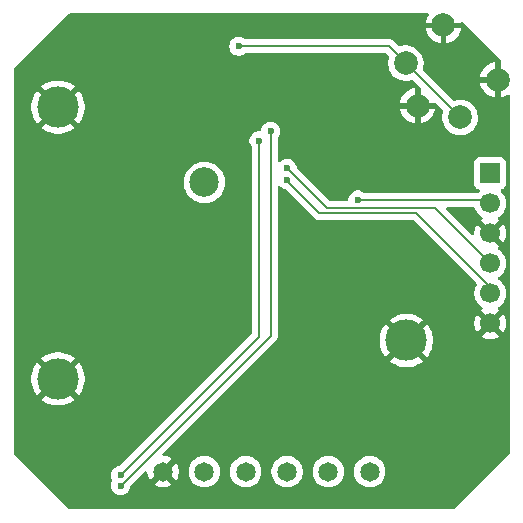
<source format=gbl>
G04 #@! TF.GenerationSoftware,KiCad,Pcbnew,9.0.1*
G04 #@! TF.CreationDate,2025-05-14T09:26:50-05:00*
G04 #@! TF.ProjectId,Incipit11,496e6369-7069-4743-9131-2e6b69636164,A*
G04 #@! TF.SameCoordinates,Original*
G04 #@! TF.FileFunction,Copper,L2,Bot*
G04 #@! TF.FilePolarity,Positive*
%FSLAX46Y46*%
G04 Gerber Fmt 4.6, Leading zero omitted, Abs format (unit mm)*
G04 Created by KiCad (PCBNEW 9.0.1) date 2025-05-14 09:26:50*
%MOMM*%
%LPD*%
G01*
G04 APERTURE LIST*
G04 #@! TA.AperFunction,ComponentPad*
%ADD10C,1.650000*%
G04 #@! TD*
G04 #@! TA.AperFunction,ComponentPad*
%ADD11R,1.700000X1.700000*%
G04 #@! TD*
G04 #@! TA.AperFunction,ComponentPad*
%ADD12C,1.700000*%
G04 #@! TD*
G04 #@! TA.AperFunction,ComponentPad*
%ADD13C,2.600000*%
G04 #@! TD*
G04 #@! TA.AperFunction,ConnectorPad*
%ADD14C,3.500000*%
G04 #@! TD*
G04 #@! TA.AperFunction,ComponentPad*
%ADD15C,2.000000*%
G04 #@! TD*
G04 #@! TA.AperFunction,SMDPad,CuDef*
%ADD16C,2.500000*%
G04 #@! TD*
G04 #@! TA.AperFunction,ViaPad*
%ADD17C,0.600000*%
G04 #@! TD*
G04 #@! TA.AperFunction,Conductor*
%ADD18C,0.200000*%
G04 #@! TD*
G04 APERTURE END LIST*
D10*
X137400000Y-107600000D03*
X140900000Y-107600000D03*
X144400000Y-107600000D03*
X147900000Y-107600000D03*
X151400000Y-107600000D03*
X154900000Y-107600000D03*
D11*
X165100000Y-82350000D03*
D12*
X165100000Y-84890000D03*
X165100000Y-87430000D03*
X165100000Y-89970000D03*
X165100000Y-92510000D03*
X165100000Y-95050000D03*
D13*
X128500000Y-76750000D03*
D14*
X128500000Y-76750000D03*
D15*
X162555826Y-77610369D03*
X157959632Y-73014175D03*
X165737806Y-74428389D03*
X161141612Y-69832195D03*
X158949581Y-76620420D03*
D13*
X128500000Y-99750000D03*
D14*
X128500000Y-99750000D03*
D13*
X158000000Y-96500000D03*
D14*
X158000000Y-96500000D03*
D16*
X140900000Y-83100000D03*
D17*
X165200000Y-79300000D03*
X156000000Y-72800000D03*
X151800000Y-78600000D03*
X154200000Y-89400000D03*
X143400000Y-77800000D03*
X162800000Y-103200000D03*
X166000000Y-100000000D03*
X153200000Y-100200000D03*
X150000000Y-100200000D03*
X153000000Y-69400000D03*
X139200000Y-69600000D03*
X132400000Y-82000000D03*
X132400000Y-83000000D03*
X133200000Y-91000000D03*
X153900000Y-84600000D03*
X133800000Y-107900000D03*
X145513863Y-79586135D03*
X146500000Y-78800000D03*
X133800000Y-108800000D03*
X146400000Y-73400000D03*
X137500000Y-88000000D03*
X146250000Y-110250000D03*
X159000000Y-100500000D03*
X135500000Y-87000000D03*
X141400000Y-75200000D03*
X130250000Y-110250000D03*
X136500000Y-87000000D03*
X147800000Y-78400000D03*
X156100000Y-110300000D03*
X136000000Y-78500000D03*
X149000000Y-70600000D03*
X142800000Y-95600000D03*
X139000000Y-80000000D03*
X143000000Y-91500000D03*
X156750000Y-100250000D03*
X144000000Y-73200000D03*
X152250000Y-95000000D03*
X135500000Y-88000000D03*
X156200000Y-106100000D03*
X133600000Y-91800000D03*
X137500000Y-87000000D03*
X142400000Y-101800000D03*
X147800000Y-79800000D03*
X150200000Y-82000000D03*
X162000000Y-109250000D03*
X136500000Y-88000000D03*
X135250000Y-110250000D03*
X147400000Y-75200000D03*
X140900000Y-83100000D03*
X143800000Y-71600000D03*
X147900000Y-81900000D03*
X147900000Y-82900000D03*
D18*
X157959632Y-73014175D02*
X162555826Y-77610369D01*
X156545457Y-71600000D02*
X157959632Y-73014175D01*
X162565826Y-77620369D02*
X162607107Y-77620369D01*
X143800000Y-71600000D02*
X156545457Y-71600000D01*
X164810000Y-84600000D02*
X165100000Y-84890000D01*
X153900000Y-84600000D02*
X164810000Y-84600000D01*
X145513863Y-79586135D02*
X145513863Y-96186137D01*
X145513863Y-96186137D02*
X133800000Y-107900000D01*
X146500000Y-96100000D02*
X133800000Y-108800000D01*
X146500000Y-78800000D02*
X146500000Y-96100000D01*
X160430000Y-85300000D02*
X165100000Y-89970000D01*
X151300000Y-85300000D02*
X160430000Y-85300000D01*
X147900000Y-81900000D02*
X151300000Y-85300000D01*
X147900000Y-82900000D02*
X147900000Y-82967100D01*
X158817721Y-85701000D02*
X165100000Y-91983279D01*
X147900000Y-82967100D02*
X150633900Y-85701000D01*
X150633900Y-85701000D02*
X158817721Y-85701000D01*
X165100000Y-91983279D02*
X165100000Y-92510000D01*
G04 #@! TA.AperFunction,Conductor*
G36*
X163757836Y-85220185D02*
G01*
X163803591Y-85272989D01*
X163808727Y-85286180D01*
X163829742Y-85350858D01*
X163848444Y-85408414D01*
X163944951Y-85597820D01*
X164069890Y-85769786D01*
X164220213Y-85920109D01*
X164392179Y-86045048D01*
X164392181Y-86045049D01*
X164392184Y-86045051D01*
X164401493Y-86049794D01*
X164452290Y-86097766D01*
X164469087Y-86165587D01*
X164446552Y-86231722D01*
X164401505Y-86270760D01*
X164392446Y-86275376D01*
X164392440Y-86275380D01*
X164338282Y-86314727D01*
X164338282Y-86314728D01*
X164970591Y-86947037D01*
X164907007Y-86964075D01*
X164792993Y-87029901D01*
X164699901Y-87122993D01*
X164634075Y-87237007D01*
X164617037Y-87300591D01*
X163984728Y-86668282D01*
X163984727Y-86668282D01*
X163945380Y-86722439D01*
X163848904Y-86911782D01*
X163783242Y-87113869D01*
X163783242Y-87113872D01*
X163750000Y-87323753D01*
X163750000Y-87471403D01*
X163730315Y-87538442D01*
X163677511Y-87584197D01*
X163608353Y-87594141D01*
X163544797Y-87565116D01*
X163538319Y-87559084D01*
X161391416Y-85412181D01*
X161357931Y-85350858D01*
X161362915Y-85281166D01*
X161404787Y-85225233D01*
X161470251Y-85200816D01*
X161479097Y-85200500D01*
X163690797Y-85200500D01*
X163757836Y-85220185D01*
G37*
G04 #@! TD.AperFunction*
G04 #@! TA.AperFunction,Conductor*
G36*
X159860756Y-68820185D02*
G01*
X159906511Y-68872989D01*
X159916455Y-68942147D01*
X159894035Y-68997386D01*
X159858697Y-69046023D01*
X159751509Y-69256392D01*
X159678546Y-69480947D01*
X159662510Y-69582195D01*
X160650864Y-69582195D01*
X160629094Y-69619903D01*
X160591612Y-69759786D01*
X160591612Y-69904604D01*
X160629094Y-70044487D01*
X160650864Y-70082195D01*
X159662510Y-70082195D01*
X159678546Y-70183442D01*
X159751509Y-70407997D01*
X159858697Y-70618366D01*
X159997478Y-70809381D01*
X160164425Y-70976328D01*
X160355440Y-71115109D01*
X160565807Y-71222297D01*
X160790356Y-71295258D01*
X160790362Y-71295260D01*
X160891612Y-71311296D01*
X160891612Y-70322942D01*
X160929320Y-70344713D01*
X161069203Y-70382195D01*
X161214021Y-70382195D01*
X161353904Y-70344713D01*
X161391612Y-70322942D01*
X161391612Y-71311295D01*
X161492861Y-71295260D01*
X161492867Y-71295258D01*
X161717416Y-71222297D01*
X161927783Y-71115109D01*
X162118798Y-70976328D01*
X162285745Y-70809381D01*
X162424526Y-70618366D01*
X162531714Y-70407997D01*
X162604677Y-70183442D01*
X162620714Y-70082195D01*
X161632360Y-70082195D01*
X161654130Y-70044487D01*
X161691612Y-69904604D01*
X161691612Y-69759786D01*
X161654130Y-69619903D01*
X161632360Y-69582195D01*
X162620714Y-69582195D01*
X162627414Y-69574350D01*
X162685921Y-69536156D01*
X162755789Y-69535657D01*
X162809386Y-69567200D01*
X166002800Y-72760614D01*
X166036285Y-72821937D01*
X166031301Y-72891629D01*
X165995652Y-72942584D01*
X165987806Y-72949285D01*
X165987806Y-73937641D01*
X165950098Y-73915871D01*
X165810215Y-73878389D01*
X165665397Y-73878389D01*
X165525514Y-73915871D01*
X165487806Y-73937641D01*
X165487806Y-72949286D01*
X165386558Y-72965323D01*
X165162003Y-73038286D01*
X164951634Y-73145474D01*
X164760619Y-73284255D01*
X164593672Y-73451202D01*
X164454891Y-73642217D01*
X164347703Y-73852586D01*
X164274740Y-74077141D01*
X164258704Y-74178389D01*
X165247058Y-74178389D01*
X165225288Y-74216097D01*
X165187806Y-74355980D01*
X165187806Y-74500798D01*
X165225288Y-74640681D01*
X165247058Y-74678389D01*
X164258704Y-74678389D01*
X164274740Y-74779636D01*
X164347703Y-75004191D01*
X164454891Y-75214560D01*
X164593672Y-75405575D01*
X164760619Y-75572522D01*
X164951634Y-75711303D01*
X165162001Y-75818491D01*
X165386550Y-75891452D01*
X165386556Y-75891454D01*
X165487806Y-75907490D01*
X165487806Y-74919136D01*
X165525514Y-74940907D01*
X165665397Y-74978389D01*
X165810215Y-74978389D01*
X165950098Y-74940907D01*
X165987806Y-74919136D01*
X165987806Y-75907489D01*
X166089055Y-75891454D01*
X166089061Y-75891452D01*
X166313610Y-75818491D01*
X166523978Y-75711303D01*
X166552613Y-75690498D01*
X166618419Y-75667017D01*
X166686473Y-75682841D01*
X166735169Y-75732946D01*
X166749500Y-75790815D01*
X166749500Y-106041324D01*
X166729815Y-106108363D01*
X166713181Y-106129005D01*
X162079005Y-110763181D01*
X162017682Y-110796666D01*
X161991324Y-110799500D01*
X129508676Y-110799500D01*
X129441637Y-110779815D01*
X129420995Y-110763181D01*
X126478967Y-107821153D01*
X132999500Y-107821153D01*
X132999500Y-107978846D01*
X133030261Y-108133489D01*
X133030264Y-108133501D01*
X133090604Y-108279177D01*
X133090605Y-108279179D01*
X133091899Y-108281115D01*
X133092264Y-108282282D01*
X133093476Y-108284549D01*
X133093045Y-108284778D01*
X133112773Y-108347794D01*
X133094285Y-108415173D01*
X133091899Y-108418885D01*
X133090605Y-108420820D01*
X133090604Y-108420822D01*
X133030264Y-108566498D01*
X133030261Y-108566510D01*
X132999500Y-108721153D01*
X132999500Y-108878846D01*
X133030261Y-109033489D01*
X133030264Y-109033501D01*
X133090602Y-109179172D01*
X133090609Y-109179185D01*
X133178210Y-109310288D01*
X133178213Y-109310292D01*
X133289707Y-109421786D01*
X133289711Y-109421789D01*
X133420814Y-109509390D01*
X133420827Y-109509397D01*
X133566498Y-109569735D01*
X133566503Y-109569737D01*
X133721153Y-109600499D01*
X133721156Y-109600500D01*
X133721158Y-109600500D01*
X133878844Y-109600500D01*
X133878845Y-109600499D01*
X134033497Y-109569737D01*
X134179179Y-109509394D01*
X134310289Y-109421789D01*
X134421789Y-109310289D01*
X134509394Y-109179179D01*
X134569737Y-109033497D01*
X134597711Y-108892862D01*
X134600638Y-108878150D01*
X134633023Y-108816239D01*
X134634518Y-108814716D01*
X135863320Y-107585913D01*
X135924642Y-107552430D01*
X135994334Y-107557414D01*
X136050267Y-107599286D01*
X136074684Y-107664750D01*
X136075000Y-107673596D01*
X136075000Y-107704279D01*
X136107626Y-107910272D01*
X136172075Y-108108627D01*
X136266759Y-108294451D01*
X136302627Y-108343818D01*
X136302627Y-108343819D01*
X136876212Y-107770233D01*
X136887482Y-107812292D01*
X136959890Y-107937708D01*
X137062292Y-108040110D01*
X137187708Y-108112518D01*
X137229765Y-108123787D01*
X136656179Y-108697371D01*
X136656180Y-108697372D01*
X136705543Y-108733236D01*
X136705556Y-108733244D01*
X136891372Y-108827924D01*
X137089727Y-108892373D01*
X137295721Y-108925000D01*
X137504279Y-108925000D01*
X137710272Y-108892373D01*
X137908627Y-108827924D01*
X138094451Y-108733240D01*
X138143818Y-108697372D01*
X138143818Y-108697371D01*
X137570234Y-108123787D01*
X137612292Y-108112518D01*
X137737708Y-108040110D01*
X137840110Y-107937708D01*
X137912518Y-107812292D01*
X137923787Y-107770234D01*
X138497371Y-108343818D01*
X138497372Y-108343818D01*
X138533240Y-108294451D01*
X138627924Y-108108627D01*
X138692373Y-107910272D01*
X138725000Y-107704279D01*
X138725000Y-107495720D01*
X138724993Y-107495675D01*
X139574500Y-107495675D01*
X139574500Y-107704324D01*
X139607137Y-107910389D01*
X139671612Y-108108820D01*
X139759401Y-108281115D01*
X139766330Y-108294714D01*
X139888965Y-108463505D01*
X140036495Y-108611035D01*
X140205286Y-108733670D01*
X140293116Y-108778421D01*
X140391179Y-108828387D01*
X140391181Y-108828387D01*
X140391184Y-108828389D01*
X140497545Y-108862948D01*
X140589610Y-108892862D01*
X140795676Y-108925500D01*
X140795681Y-108925500D01*
X141004324Y-108925500D01*
X141210389Y-108892862D01*
X141211894Y-108892373D01*
X141408816Y-108828389D01*
X141594714Y-108733670D01*
X141763505Y-108611035D01*
X141911035Y-108463505D01*
X142033670Y-108294714D01*
X142128389Y-108108816D01*
X142192862Y-107910389D01*
X142206995Y-107821158D01*
X142225500Y-107704324D01*
X142225500Y-107495675D01*
X143074500Y-107495675D01*
X143074500Y-107704324D01*
X143107137Y-107910389D01*
X143171612Y-108108820D01*
X143259401Y-108281115D01*
X143266330Y-108294714D01*
X143388965Y-108463505D01*
X143536495Y-108611035D01*
X143705286Y-108733670D01*
X143793116Y-108778421D01*
X143891179Y-108828387D01*
X143891181Y-108828387D01*
X143891184Y-108828389D01*
X143997545Y-108862948D01*
X144089610Y-108892862D01*
X144295676Y-108925500D01*
X144295681Y-108925500D01*
X144504324Y-108925500D01*
X144710389Y-108892862D01*
X144711894Y-108892373D01*
X144908816Y-108828389D01*
X145094714Y-108733670D01*
X145263505Y-108611035D01*
X145411035Y-108463505D01*
X145533670Y-108294714D01*
X145628389Y-108108816D01*
X145692862Y-107910389D01*
X145706995Y-107821158D01*
X145725500Y-107704324D01*
X145725500Y-107495675D01*
X146574500Y-107495675D01*
X146574500Y-107704324D01*
X146607137Y-107910389D01*
X146671612Y-108108820D01*
X146759401Y-108281115D01*
X146766330Y-108294714D01*
X146888965Y-108463505D01*
X147036495Y-108611035D01*
X147205286Y-108733670D01*
X147293116Y-108778421D01*
X147391179Y-108828387D01*
X147391181Y-108828387D01*
X147391184Y-108828389D01*
X147497545Y-108862948D01*
X147589610Y-108892862D01*
X147795676Y-108925500D01*
X147795681Y-108925500D01*
X148004324Y-108925500D01*
X148210389Y-108892862D01*
X148211894Y-108892373D01*
X148408816Y-108828389D01*
X148594714Y-108733670D01*
X148763505Y-108611035D01*
X148911035Y-108463505D01*
X149033670Y-108294714D01*
X149128389Y-108108816D01*
X149192862Y-107910389D01*
X149206995Y-107821158D01*
X149225500Y-107704324D01*
X149225500Y-107495675D01*
X150074500Y-107495675D01*
X150074500Y-107704324D01*
X150107137Y-107910389D01*
X150171612Y-108108820D01*
X150259401Y-108281115D01*
X150266330Y-108294714D01*
X150388965Y-108463505D01*
X150536495Y-108611035D01*
X150705286Y-108733670D01*
X150793116Y-108778421D01*
X150891179Y-108828387D01*
X150891181Y-108828387D01*
X150891184Y-108828389D01*
X150997545Y-108862948D01*
X151089610Y-108892862D01*
X151295676Y-108925500D01*
X151295681Y-108925500D01*
X151504324Y-108925500D01*
X151710389Y-108892862D01*
X151711894Y-108892373D01*
X151908816Y-108828389D01*
X152094714Y-108733670D01*
X152263505Y-108611035D01*
X152411035Y-108463505D01*
X152533670Y-108294714D01*
X152628389Y-108108816D01*
X152692862Y-107910389D01*
X152706995Y-107821158D01*
X152725500Y-107704324D01*
X152725500Y-107495675D01*
X153574500Y-107495675D01*
X153574500Y-107704324D01*
X153607137Y-107910389D01*
X153671612Y-108108820D01*
X153759401Y-108281115D01*
X153766330Y-108294714D01*
X153888965Y-108463505D01*
X154036495Y-108611035D01*
X154205286Y-108733670D01*
X154293116Y-108778421D01*
X154391179Y-108828387D01*
X154391181Y-108828387D01*
X154391184Y-108828389D01*
X154497545Y-108862948D01*
X154589610Y-108892862D01*
X154795676Y-108925500D01*
X154795681Y-108925500D01*
X155004324Y-108925500D01*
X155210389Y-108892862D01*
X155211894Y-108892373D01*
X155408816Y-108828389D01*
X155594714Y-108733670D01*
X155763505Y-108611035D01*
X155911035Y-108463505D01*
X156033670Y-108294714D01*
X156128389Y-108108816D01*
X156192862Y-107910389D01*
X156206995Y-107821158D01*
X156225500Y-107704324D01*
X156225500Y-107495675D01*
X156192862Y-107289610D01*
X156141087Y-107130264D01*
X156128389Y-107091184D01*
X156128387Y-107091181D01*
X156128387Y-107091179D01*
X156078421Y-106993116D01*
X156033670Y-106905286D01*
X155911035Y-106736495D01*
X155763505Y-106588965D01*
X155594714Y-106466330D01*
X155408820Y-106371612D01*
X155210389Y-106307137D01*
X155004324Y-106274500D01*
X155004319Y-106274500D01*
X154795681Y-106274500D01*
X154795676Y-106274500D01*
X154589610Y-106307137D01*
X154391179Y-106371612D01*
X154205285Y-106466330D01*
X154036493Y-106588966D01*
X153888966Y-106736493D01*
X153766330Y-106905285D01*
X153671612Y-107091179D01*
X153607137Y-107289610D01*
X153574500Y-107495675D01*
X152725500Y-107495675D01*
X152692862Y-107289610D01*
X152641087Y-107130264D01*
X152628389Y-107091184D01*
X152628387Y-107091181D01*
X152628387Y-107091179D01*
X152578421Y-106993116D01*
X152533670Y-106905286D01*
X152411035Y-106736495D01*
X152263505Y-106588965D01*
X152094714Y-106466330D01*
X151908820Y-106371612D01*
X151710389Y-106307137D01*
X151504324Y-106274500D01*
X151504319Y-106274500D01*
X151295681Y-106274500D01*
X151295676Y-106274500D01*
X151089610Y-106307137D01*
X150891179Y-106371612D01*
X150705285Y-106466330D01*
X150536493Y-106588966D01*
X150388966Y-106736493D01*
X150266330Y-106905285D01*
X150171612Y-107091179D01*
X150107137Y-107289610D01*
X150074500Y-107495675D01*
X149225500Y-107495675D01*
X149192862Y-107289610D01*
X149141087Y-107130264D01*
X149128389Y-107091184D01*
X149128387Y-107091181D01*
X149128387Y-107091179D01*
X149078421Y-106993116D01*
X149033670Y-106905286D01*
X148911035Y-106736495D01*
X148763505Y-106588965D01*
X148594714Y-106466330D01*
X148408820Y-106371612D01*
X148210389Y-106307137D01*
X148004324Y-106274500D01*
X148004319Y-106274500D01*
X147795681Y-106274500D01*
X147795676Y-106274500D01*
X147589610Y-106307137D01*
X147391179Y-106371612D01*
X147205285Y-106466330D01*
X147036493Y-106588966D01*
X146888966Y-106736493D01*
X146766330Y-106905285D01*
X146671612Y-107091179D01*
X146607137Y-107289610D01*
X146574500Y-107495675D01*
X145725500Y-107495675D01*
X145692862Y-107289610D01*
X145641087Y-107130264D01*
X145628389Y-107091184D01*
X145628387Y-107091181D01*
X145628387Y-107091179D01*
X145578421Y-106993116D01*
X145533670Y-106905286D01*
X145411035Y-106736495D01*
X145263505Y-106588965D01*
X145094714Y-106466330D01*
X144908820Y-106371612D01*
X144710389Y-106307137D01*
X144504324Y-106274500D01*
X144504319Y-106274500D01*
X144295681Y-106274500D01*
X144295676Y-106274500D01*
X144089610Y-106307137D01*
X143891179Y-106371612D01*
X143705285Y-106466330D01*
X143536493Y-106588966D01*
X143388966Y-106736493D01*
X143266330Y-106905285D01*
X143171612Y-107091179D01*
X143107137Y-107289610D01*
X143074500Y-107495675D01*
X142225500Y-107495675D01*
X142192862Y-107289610D01*
X142141087Y-107130264D01*
X142128389Y-107091184D01*
X142128387Y-107091181D01*
X142128387Y-107091179D01*
X142078421Y-106993116D01*
X142033670Y-106905286D01*
X141911035Y-106736495D01*
X141763505Y-106588965D01*
X141594714Y-106466330D01*
X141408820Y-106371612D01*
X141210389Y-106307137D01*
X141004324Y-106274500D01*
X141004319Y-106274500D01*
X140795681Y-106274500D01*
X140795676Y-106274500D01*
X140589610Y-106307137D01*
X140391179Y-106371612D01*
X140205285Y-106466330D01*
X140036493Y-106588966D01*
X139888966Y-106736493D01*
X139766330Y-106905285D01*
X139671612Y-107091179D01*
X139607137Y-107289610D01*
X139574500Y-107495675D01*
X138724993Y-107495675D01*
X138692373Y-107289727D01*
X138627924Y-107091372D01*
X138533244Y-106905556D01*
X138533236Y-106905543D01*
X138497372Y-106856180D01*
X138497371Y-106856179D01*
X137923787Y-107429764D01*
X137912518Y-107387708D01*
X137840110Y-107262292D01*
X137737708Y-107159890D01*
X137612292Y-107087482D01*
X137570233Y-107076212D01*
X138143819Y-106502627D01*
X138094451Y-106466759D01*
X137908627Y-106372075D01*
X137710272Y-106307626D01*
X137504279Y-106275000D01*
X137473596Y-106275000D01*
X137406557Y-106255315D01*
X137360802Y-106202511D01*
X137350858Y-106133353D01*
X137379883Y-106069797D01*
X137385904Y-106063330D01*
X146868713Y-96580521D01*
X146868716Y-96580520D01*
X146980520Y-96468716D01*
X147030639Y-96381904D01*
X147047597Y-96352533D01*
X155750000Y-96352533D01*
X155750000Y-96647466D01*
X155750001Y-96647483D01*
X155788496Y-96939884D01*
X155788499Y-96939897D01*
X155864835Y-97224790D01*
X155864838Y-97224800D01*
X155977704Y-97497281D01*
X155977709Y-97497292D01*
X156125174Y-97752707D01*
X156125180Y-97752715D01*
X156241777Y-97904667D01*
X157063708Y-97082736D01*
X157160967Y-97216602D01*
X157283398Y-97339033D01*
X157417262Y-97436290D01*
X156595331Y-98258221D01*
X156747284Y-98374819D01*
X156747292Y-98374825D01*
X157002707Y-98522290D01*
X157002718Y-98522295D01*
X157275199Y-98635161D01*
X157275209Y-98635164D01*
X157560102Y-98711500D01*
X157560115Y-98711503D01*
X157852516Y-98749998D01*
X157852534Y-98750000D01*
X158147466Y-98750000D01*
X158147483Y-98749998D01*
X158439884Y-98711503D01*
X158439897Y-98711500D01*
X158724790Y-98635164D01*
X158724800Y-98635161D01*
X158997281Y-98522295D01*
X158997292Y-98522290D01*
X159252707Y-98374825D01*
X159252725Y-98374813D01*
X159404667Y-98258222D01*
X159404667Y-98258220D01*
X158582737Y-97436290D01*
X158716602Y-97339033D01*
X158839033Y-97216602D01*
X158936290Y-97082737D01*
X159758220Y-97904667D01*
X159758222Y-97904667D01*
X159874813Y-97752725D01*
X159874825Y-97752707D01*
X160022290Y-97497292D01*
X160022295Y-97497281D01*
X160135161Y-97224800D01*
X160135164Y-97224790D01*
X160211500Y-96939897D01*
X160211503Y-96939884D01*
X160249998Y-96647483D01*
X160250000Y-96647466D01*
X160250000Y-96352533D01*
X160249998Y-96352517D01*
X160221256Y-96134196D01*
X160211503Y-96060115D01*
X160211500Y-96060102D01*
X160135164Y-95775209D01*
X160135161Y-95775199D01*
X160022295Y-95502718D01*
X160022290Y-95502707D01*
X159874825Y-95247292D01*
X159874819Y-95247284D01*
X159758221Y-95095331D01*
X158936290Y-95917262D01*
X158839033Y-95783398D01*
X158716602Y-95660967D01*
X158582736Y-95563709D01*
X159295245Y-94851200D01*
X159404667Y-94741777D01*
X159252715Y-94625180D01*
X159252707Y-94625174D01*
X158997292Y-94477709D01*
X158997281Y-94477704D01*
X158724800Y-94364838D01*
X158724790Y-94364835D01*
X158439897Y-94288499D01*
X158439884Y-94288496D01*
X158147483Y-94250001D01*
X158147466Y-94250000D01*
X157852534Y-94250000D01*
X157852516Y-94250001D01*
X157560115Y-94288496D01*
X157560102Y-94288499D01*
X157275209Y-94364835D01*
X157275199Y-94364838D01*
X157002718Y-94477704D01*
X157002707Y-94477709D01*
X156747292Y-94625174D01*
X156747276Y-94625185D01*
X156595331Y-94741775D01*
X156595331Y-94741777D01*
X157417263Y-95563709D01*
X157283398Y-95660967D01*
X157160967Y-95783398D01*
X157063709Y-95917263D01*
X156241777Y-95095331D01*
X156241775Y-95095331D01*
X156125185Y-95247276D01*
X156125174Y-95247292D01*
X155977709Y-95502707D01*
X155977704Y-95502718D01*
X155864838Y-95775199D01*
X155864835Y-95775209D01*
X155788499Y-96060102D01*
X155788496Y-96060115D01*
X155750001Y-96352516D01*
X155750000Y-96352533D01*
X147047597Y-96352533D01*
X147059577Y-96331785D01*
X147100500Y-96179058D01*
X147100500Y-96020943D01*
X147100500Y-83531941D01*
X147120185Y-83464902D01*
X147172989Y-83419147D01*
X147242147Y-83409203D01*
X147305703Y-83438228D01*
X147312181Y-83444260D01*
X147389707Y-83521786D01*
X147389711Y-83521789D01*
X147520814Y-83609390D01*
X147520827Y-83609397D01*
X147603868Y-83643793D01*
X147666503Y-83669737D01*
X147738087Y-83683975D01*
X147799996Y-83716358D01*
X147801576Y-83717911D01*
X150149039Y-86065374D01*
X150149049Y-86065385D01*
X150153379Y-86069715D01*
X150153380Y-86069716D01*
X150265184Y-86181520D01*
X150265186Y-86181521D01*
X150265190Y-86181524D01*
X150352137Y-86231722D01*
X150402116Y-86260577D01*
X150513919Y-86290534D01*
X150554842Y-86301500D01*
X150554843Y-86301500D01*
X158517624Y-86301500D01*
X158584663Y-86321185D01*
X158605305Y-86337819D01*
X163923343Y-91655857D01*
X163956828Y-91717180D01*
X163951844Y-91786872D01*
X163946147Y-91799833D01*
X163848444Y-91991585D01*
X163782753Y-92193760D01*
X163749500Y-92403713D01*
X163749500Y-92616286D01*
X163782753Y-92826239D01*
X163848444Y-93028414D01*
X163944951Y-93217820D01*
X164069890Y-93389786D01*
X164220213Y-93540109D01*
X164392179Y-93665048D01*
X164392181Y-93665049D01*
X164392184Y-93665051D01*
X164401493Y-93669794D01*
X164452290Y-93717766D01*
X164469087Y-93785587D01*
X164446552Y-93851722D01*
X164401505Y-93890760D01*
X164392446Y-93895376D01*
X164392440Y-93895380D01*
X164338282Y-93934727D01*
X164338282Y-93934728D01*
X164970591Y-94567037D01*
X164907007Y-94584075D01*
X164792993Y-94649901D01*
X164699901Y-94742993D01*
X164634075Y-94857007D01*
X164617037Y-94920591D01*
X163984728Y-94288282D01*
X163984727Y-94288282D01*
X163945380Y-94342439D01*
X163848904Y-94531782D01*
X163783242Y-94733869D01*
X163783242Y-94733872D01*
X163750000Y-94943753D01*
X163750000Y-95156246D01*
X163783242Y-95366127D01*
X163783242Y-95366130D01*
X163848904Y-95568217D01*
X163945375Y-95757550D01*
X163984728Y-95811716D01*
X164617037Y-95179408D01*
X164634075Y-95242993D01*
X164699901Y-95357007D01*
X164792993Y-95450099D01*
X164907007Y-95515925D01*
X164970590Y-95532962D01*
X164338282Y-96165269D01*
X164338282Y-96165270D01*
X164392449Y-96204624D01*
X164581782Y-96301095D01*
X164783870Y-96366757D01*
X164993754Y-96400000D01*
X165206246Y-96400000D01*
X165416127Y-96366757D01*
X165416130Y-96366757D01*
X165618217Y-96301095D01*
X165807554Y-96204622D01*
X165861716Y-96165270D01*
X165861717Y-96165270D01*
X165229408Y-95532962D01*
X165292993Y-95515925D01*
X165407007Y-95450099D01*
X165500099Y-95357007D01*
X165565925Y-95242993D01*
X165582962Y-95179408D01*
X166215270Y-95811717D01*
X166215270Y-95811716D01*
X166254622Y-95757554D01*
X166351095Y-95568217D01*
X166416757Y-95366130D01*
X166416757Y-95366127D01*
X166450000Y-95156246D01*
X166450000Y-94943753D01*
X166416757Y-94733872D01*
X166416757Y-94733869D01*
X166351095Y-94531782D01*
X166254624Y-94342449D01*
X166215270Y-94288282D01*
X166215269Y-94288282D01*
X165582962Y-94920590D01*
X165565925Y-94857007D01*
X165500099Y-94742993D01*
X165407007Y-94649901D01*
X165292993Y-94584075D01*
X165229409Y-94567037D01*
X165861716Y-93934728D01*
X165807547Y-93895373D01*
X165807547Y-93895372D01*
X165798500Y-93890763D01*
X165747706Y-93842788D01*
X165730912Y-93774966D01*
X165753451Y-93708832D01*
X165798508Y-93669793D01*
X165807816Y-93665051D01*
X165887007Y-93607515D01*
X165979786Y-93540109D01*
X165979788Y-93540106D01*
X165979792Y-93540104D01*
X166130104Y-93389792D01*
X166130106Y-93389788D01*
X166130109Y-93389786D01*
X166255048Y-93217820D01*
X166255047Y-93217820D01*
X166255051Y-93217816D01*
X166351557Y-93028412D01*
X166417246Y-92826243D01*
X166450500Y-92616287D01*
X166450500Y-92403713D01*
X166417246Y-92193757D01*
X166351557Y-91991588D01*
X166255051Y-91802184D01*
X166255049Y-91802181D01*
X166255048Y-91802179D01*
X166130109Y-91630213D01*
X165979786Y-91479890D01*
X165807820Y-91354951D01*
X165807115Y-91354591D01*
X165799054Y-91350485D01*
X165748259Y-91302512D01*
X165731463Y-91234692D01*
X165753999Y-91168556D01*
X165799054Y-91129515D01*
X165807816Y-91125051D01*
X165829789Y-91109086D01*
X165979786Y-91000109D01*
X165979788Y-91000106D01*
X165979792Y-91000104D01*
X166130104Y-90849792D01*
X166130106Y-90849788D01*
X166130109Y-90849786D01*
X166255048Y-90677820D01*
X166255047Y-90677820D01*
X166255051Y-90677816D01*
X166351557Y-90488412D01*
X166417246Y-90286243D01*
X166450500Y-90076287D01*
X166450500Y-89863713D01*
X166417246Y-89653757D01*
X166351557Y-89451588D01*
X166255051Y-89262184D01*
X166255049Y-89262181D01*
X166255048Y-89262179D01*
X166130109Y-89090213D01*
X165979786Y-88939890D01*
X165807817Y-88814949D01*
X165798504Y-88810204D01*
X165747707Y-88762230D01*
X165730912Y-88694409D01*
X165753449Y-88628274D01*
X165798507Y-88589232D01*
X165807555Y-88584622D01*
X165861716Y-88545270D01*
X165861717Y-88545270D01*
X165229408Y-87912962D01*
X165292993Y-87895925D01*
X165407007Y-87830099D01*
X165500099Y-87737007D01*
X165565925Y-87622993D01*
X165582962Y-87559408D01*
X166215270Y-88191717D01*
X166215270Y-88191716D01*
X166254622Y-88137554D01*
X166351095Y-87948217D01*
X166416757Y-87746130D01*
X166416757Y-87746127D01*
X166450000Y-87536246D01*
X166450000Y-87323753D01*
X166416757Y-87113872D01*
X166416757Y-87113869D01*
X166351095Y-86911782D01*
X166254624Y-86722449D01*
X166215270Y-86668282D01*
X166215269Y-86668282D01*
X165582962Y-87300590D01*
X165565925Y-87237007D01*
X165500099Y-87122993D01*
X165407007Y-87029901D01*
X165292993Y-86964075D01*
X165229409Y-86947037D01*
X165861716Y-86314728D01*
X165807547Y-86275373D01*
X165807547Y-86275372D01*
X165798500Y-86270763D01*
X165747706Y-86222788D01*
X165730912Y-86154966D01*
X165753451Y-86088832D01*
X165798508Y-86049793D01*
X165807816Y-86045051D01*
X165887007Y-85987515D01*
X165979786Y-85920109D01*
X165979788Y-85920106D01*
X165979792Y-85920104D01*
X166130104Y-85769792D01*
X166130106Y-85769788D01*
X166130109Y-85769786D01*
X166255048Y-85597820D01*
X166255047Y-85597820D01*
X166255051Y-85597816D01*
X166351557Y-85408412D01*
X166417246Y-85206243D01*
X166450500Y-84996287D01*
X166450500Y-84783713D01*
X166417246Y-84573757D01*
X166351557Y-84371588D01*
X166255051Y-84182184D01*
X166255049Y-84182181D01*
X166255048Y-84182179D01*
X166130109Y-84010213D01*
X166016569Y-83896673D01*
X165983084Y-83835350D01*
X165988068Y-83765658D01*
X166029940Y-83709725D01*
X166060915Y-83692810D01*
X166192331Y-83643796D01*
X166307546Y-83557546D01*
X166393796Y-83442331D01*
X166444091Y-83307483D01*
X166450500Y-83247873D01*
X166450499Y-81452128D01*
X166444091Y-81392517D01*
X166443044Y-81389711D01*
X166393797Y-81257671D01*
X166393793Y-81257664D01*
X166307547Y-81142455D01*
X166307544Y-81142452D01*
X166192335Y-81056206D01*
X166192328Y-81056202D01*
X166057482Y-81005908D01*
X166057483Y-81005908D01*
X165997883Y-80999501D01*
X165997881Y-80999500D01*
X165997873Y-80999500D01*
X165997864Y-80999500D01*
X164202129Y-80999500D01*
X164202123Y-80999501D01*
X164142516Y-81005908D01*
X164007671Y-81056202D01*
X164007664Y-81056206D01*
X163892455Y-81142452D01*
X163892452Y-81142455D01*
X163806206Y-81257664D01*
X163806202Y-81257671D01*
X163755908Y-81392517D01*
X163750928Y-81438842D01*
X163749501Y-81452123D01*
X163749500Y-81452135D01*
X163749500Y-83247870D01*
X163749501Y-83247876D01*
X163755908Y-83307483D01*
X163806202Y-83442328D01*
X163806206Y-83442335D01*
X163892452Y-83557544D01*
X163892455Y-83557547D01*
X164007664Y-83643793D01*
X164007671Y-83643797D01*
X164139082Y-83692810D01*
X164195016Y-83734681D01*
X164219433Y-83800145D01*
X164204582Y-83868418D01*
X164183431Y-83896673D01*
X164116921Y-83963182D01*
X164055601Y-83996666D01*
X164029242Y-83999500D01*
X154479766Y-83999500D01*
X154412727Y-83979815D01*
X154410875Y-83978602D01*
X154279185Y-83890609D01*
X154279172Y-83890602D01*
X154133501Y-83830264D01*
X154133489Y-83830261D01*
X153978845Y-83799500D01*
X153978842Y-83799500D01*
X153821158Y-83799500D01*
X153821155Y-83799500D01*
X153666510Y-83830261D01*
X153666498Y-83830264D01*
X153520827Y-83890602D01*
X153520814Y-83890609D01*
X153389711Y-83978210D01*
X153389707Y-83978213D01*
X153278213Y-84089707D01*
X153278210Y-84089711D01*
X153190609Y-84220814D01*
X153190602Y-84220827D01*
X153130264Y-84366498D01*
X153130261Y-84366510D01*
X153099500Y-84521153D01*
X153099500Y-84575500D01*
X153079815Y-84642539D01*
X153027011Y-84688294D01*
X152975500Y-84699500D01*
X151600097Y-84699500D01*
X151533058Y-84679815D01*
X151512416Y-84663181D01*
X148734574Y-81885339D01*
X148701089Y-81824016D01*
X148700638Y-81821849D01*
X148669738Y-81666510D01*
X148669737Y-81666503D01*
X148659335Y-81641389D01*
X148609397Y-81520827D01*
X148609390Y-81520814D01*
X148521789Y-81389711D01*
X148521786Y-81389707D01*
X148410292Y-81278213D01*
X148410288Y-81278210D01*
X148279185Y-81190609D01*
X148279172Y-81190602D01*
X148133501Y-81130264D01*
X148133489Y-81130261D01*
X147978845Y-81099500D01*
X147978842Y-81099500D01*
X147821158Y-81099500D01*
X147821155Y-81099500D01*
X147666510Y-81130261D01*
X147666498Y-81130264D01*
X147520827Y-81190602D01*
X147520814Y-81190609D01*
X147389711Y-81278210D01*
X147389707Y-81278213D01*
X147312181Y-81355740D01*
X147250858Y-81389225D01*
X147181166Y-81384241D01*
X147125233Y-81342369D01*
X147100816Y-81276905D01*
X147100500Y-81268059D01*
X147100500Y-79379765D01*
X147120185Y-79312726D01*
X147121398Y-79310874D01*
X147209390Y-79179185D01*
X147209390Y-79179184D01*
X147209394Y-79179179D01*
X147269737Y-79033497D01*
X147300500Y-78878842D01*
X147300500Y-78721158D01*
X147300500Y-78721155D01*
X147300499Y-78721153D01*
X147281337Y-78624819D01*
X147269737Y-78566503D01*
X147269735Y-78566498D01*
X147209397Y-78420827D01*
X147209390Y-78420814D01*
X147121789Y-78289711D01*
X147121786Y-78289707D01*
X147010292Y-78178213D01*
X147010288Y-78178210D01*
X146879185Y-78090609D01*
X146879172Y-78090602D01*
X146733501Y-78030264D01*
X146733489Y-78030261D01*
X146578845Y-77999500D01*
X146578842Y-77999500D01*
X146421158Y-77999500D01*
X146421155Y-77999500D01*
X146266510Y-78030261D01*
X146266498Y-78030264D01*
X146120827Y-78090602D01*
X146120814Y-78090609D01*
X145989711Y-78178210D01*
X145989707Y-78178213D01*
X145878213Y-78289707D01*
X145878210Y-78289711D01*
X145790609Y-78420814D01*
X145790602Y-78420827D01*
X145730264Y-78566498D01*
X145730261Y-78566508D01*
X145706527Y-78685827D01*
X145674142Y-78747738D01*
X145613426Y-78782312D01*
X145584910Y-78785635D01*
X145435018Y-78785635D01*
X145280373Y-78816396D01*
X145280361Y-78816399D01*
X145134690Y-78876737D01*
X145134677Y-78876744D01*
X145003574Y-78964345D01*
X145003570Y-78964348D01*
X144892076Y-79075842D01*
X144892073Y-79075846D01*
X144804472Y-79206949D01*
X144804465Y-79206962D01*
X144744127Y-79352633D01*
X144744124Y-79352645D01*
X144713363Y-79507288D01*
X144713363Y-79664981D01*
X144744124Y-79819624D01*
X144744127Y-79819636D01*
X144804465Y-79965307D01*
X144804472Y-79965320D01*
X144892465Y-80097009D01*
X144913343Y-80163686D01*
X144913363Y-80165900D01*
X144913363Y-95886040D01*
X144893678Y-95953079D01*
X144877044Y-95973721D01*
X133785339Y-107065425D01*
X133724016Y-107098910D01*
X133721850Y-107099361D01*
X133566508Y-107130261D01*
X133566498Y-107130264D01*
X133420827Y-107190602D01*
X133420814Y-107190609D01*
X133289711Y-107278210D01*
X133289707Y-107278213D01*
X133178213Y-107389707D01*
X133178210Y-107389711D01*
X133090609Y-107520814D01*
X133090602Y-107520827D01*
X133030264Y-107666498D01*
X133030261Y-107666510D01*
X132999500Y-107821153D01*
X126478967Y-107821153D01*
X124786819Y-106129005D01*
X124753334Y-106067682D01*
X124750500Y-106041324D01*
X124750500Y-99602533D01*
X126250000Y-99602533D01*
X126250000Y-99897466D01*
X126250001Y-99897483D01*
X126288496Y-100189884D01*
X126288499Y-100189897D01*
X126364835Y-100474790D01*
X126364838Y-100474800D01*
X126477704Y-100747281D01*
X126477709Y-100747292D01*
X126625174Y-101002707D01*
X126625180Y-101002715D01*
X126741777Y-101154667D01*
X127563708Y-100332736D01*
X127660967Y-100466602D01*
X127783398Y-100589033D01*
X127917262Y-100686290D01*
X127095331Y-101508221D01*
X127247284Y-101624819D01*
X127247292Y-101624825D01*
X127502707Y-101772290D01*
X127502718Y-101772295D01*
X127775199Y-101885161D01*
X127775209Y-101885164D01*
X128060102Y-101961500D01*
X128060115Y-101961503D01*
X128352516Y-101999998D01*
X128352534Y-102000000D01*
X128647466Y-102000000D01*
X128647483Y-101999998D01*
X128939884Y-101961503D01*
X128939897Y-101961500D01*
X129224790Y-101885164D01*
X129224800Y-101885161D01*
X129497281Y-101772295D01*
X129497292Y-101772290D01*
X129752707Y-101624825D01*
X129752725Y-101624813D01*
X129904667Y-101508222D01*
X129904667Y-101508220D01*
X129082737Y-100686290D01*
X129216602Y-100589033D01*
X129339033Y-100466602D01*
X129436290Y-100332737D01*
X130258220Y-101154667D01*
X130258222Y-101154667D01*
X130374813Y-101002725D01*
X130374825Y-101002707D01*
X130522290Y-100747292D01*
X130522295Y-100747281D01*
X130635161Y-100474800D01*
X130635164Y-100474790D01*
X130711500Y-100189897D01*
X130711503Y-100189884D01*
X130749998Y-99897483D01*
X130750000Y-99897466D01*
X130750000Y-99602533D01*
X130749998Y-99602516D01*
X130711503Y-99310115D01*
X130711500Y-99310102D01*
X130635164Y-99025209D01*
X130635161Y-99025199D01*
X130522295Y-98752718D01*
X130522290Y-98752707D01*
X130374825Y-98497292D01*
X130374819Y-98497284D01*
X130258221Y-98345331D01*
X129436290Y-99167262D01*
X129339033Y-99033398D01*
X129216602Y-98910967D01*
X129082736Y-98813709D01*
X129904667Y-97991777D01*
X129752715Y-97875180D01*
X129752707Y-97875174D01*
X129497292Y-97727709D01*
X129497281Y-97727704D01*
X129224800Y-97614838D01*
X129224790Y-97614835D01*
X128939897Y-97538499D01*
X128939884Y-97538496D01*
X128647483Y-97500001D01*
X128647466Y-97500000D01*
X128352534Y-97500000D01*
X128352516Y-97500001D01*
X128060115Y-97538496D01*
X128060102Y-97538499D01*
X127775209Y-97614835D01*
X127775199Y-97614838D01*
X127502718Y-97727704D01*
X127502707Y-97727709D01*
X127247292Y-97875174D01*
X127247276Y-97875185D01*
X127095331Y-97991775D01*
X127095331Y-97991777D01*
X127917263Y-98813709D01*
X127783398Y-98910967D01*
X127660967Y-99033398D01*
X127563709Y-99167263D01*
X126741777Y-98345331D01*
X126741775Y-98345331D01*
X126625185Y-98497276D01*
X126625174Y-98497292D01*
X126477709Y-98752707D01*
X126477704Y-98752718D01*
X126364838Y-99025199D01*
X126364835Y-99025209D01*
X126288499Y-99310102D01*
X126288496Y-99310115D01*
X126250001Y-99602516D01*
X126250000Y-99602533D01*
X124750500Y-99602533D01*
X124750500Y-82985258D01*
X139149500Y-82985258D01*
X139149500Y-83214741D01*
X139174446Y-83404215D01*
X139179452Y-83442238D01*
X139210349Y-83557547D01*
X139238842Y-83663887D01*
X139326650Y-83875876D01*
X139326657Y-83875890D01*
X139441392Y-84074617D01*
X139581081Y-84256661D01*
X139581089Y-84256670D01*
X139743330Y-84418911D01*
X139743338Y-84418918D01*
X139925382Y-84558607D01*
X139925385Y-84558608D01*
X139925388Y-84558611D01*
X140124112Y-84673344D01*
X140124117Y-84673346D01*
X140124123Y-84673349D01*
X140160204Y-84688294D01*
X140336113Y-84761158D01*
X140557762Y-84820548D01*
X140785266Y-84850500D01*
X140785273Y-84850500D01*
X141014727Y-84850500D01*
X141014734Y-84850500D01*
X141242238Y-84820548D01*
X141463887Y-84761158D01*
X141675888Y-84673344D01*
X141874612Y-84558611D01*
X142056661Y-84418919D01*
X142056665Y-84418914D01*
X142056670Y-84418911D01*
X142218911Y-84256670D01*
X142218914Y-84256665D01*
X142218919Y-84256661D01*
X142358611Y-84074612D01*
X142473344Y-83875888D01*
X142561158Y-83663887D01*
X142620548Y-83442238D01*
X142650500Y-83214734D01*
X142650500Y-82985266D01*
X142620548Y-82757762D01*
X142561158Y-82536113D01*
X142473344Y-82324112D01*
X142358611Y-82125388D01*
X142358608Y-82125385D01*
X142358607Y-82125382D01*
X142218918Y-81943338D01*
X142218911Y-81943330D01*
X142056670Y-81781089D01*
X142056661Y-81781081D01*
X141874617Y-81641392D01*
X141675890Y-81526657D01*
X141675876Y-81526650D01*
X141463887Y-81438842D01*
X141242238Y-81379452D01*
X141204215Y-81374446D01*
X141014741Y-81349500D01*
X141014734Y-81349500D01*
X140785266Y-81349500D01*
X140785258Y-81349500D01*
X140568715Y-81378009D01*
X140557762Y-81379452D01*
X140464076Y-81404554D01*
X140336112Y-81438842D01*
X140124123Y-81526650D01*
X140124109Y-81526657D01*
X139925382Y-81641392D01*
X139743338Y-81781081D01*
X139581081Y-81943338D01*
X139441392Y-82125382D01*
X139326657Y-82324109D01*
X139326650Y-82324123D01*
X139245176Y-82520821D01*
X139238842Y-82536113D01*
X139203905Y-82666503D01*
X139179453Y-82757759D01*
X139179451Y-82757770D01*
X139149500Y-82985258D01*
X124750500Y-82985258D01*
X124750500Y-76602533D01*
X126250000Y-76602533D01*
X126250000Y-76897466D01*
X126250001Y-76897483D01*
X126288496Y-77189884D01*
X126288499Y-77189897D01*
X126364835Y-77474790D01*
X126364838Y-77474800D01*
X126477704Y-77747281D01*
X126477709Y-77747292D01*
X126625174Y-78002707D01*
X126625180Y-78002715D01*
X126741777Y-78154667D01*
X127563708Y-77332736D01*
X127660967Y-77466602D01*
X127783398Y-77589033D01*
X127917262Y-77686290D01*
X127095331Y-78508221D01*
X127247284Y-78624819D01*
X127247292Y-78624825D01*
X127502707Y-78772290D01*
X127502718Y-78772295D01*
X127775199Y-78885161D01*
X127775209Y-78885164D01*
X128060102Y-78961500D01*
X128060115Y-78961503D01*
X128352516Y-78999998D01*
X128352534Y-79000000D01*
X128647466Y-79000000D01*
X128647483Y-78999998D01*
X128939884Y-78961503D01*
X128939897Y-78961500D01*
X129224790Y-78885164D01*
X129224800Y-78885161D01*
X129497281Y-78772295D01*
X129497292Y-78772290D01*
X129752707Y-78624825D01*
X129752725Y-78624813D01*
X129904667Y-78508222D01*
X129904667Y-78508220D01*
X129082737Y-77686290D01*
X129216602Y-77589033D01*
X129339033Y-77466602D01*
X129436290Y-77332737D01*
X130258220Y-78154667D01*
X130258222Y-78154667D01*
X130374813Y-78002725D01*
X130374825Y-78002707D01*
X130522290Y-77747292D01*
X130522295Y-77747281D01*
X130635161Y-77474800D01*
X130635164Y-77474790D01*
X130711500Y-77189897D01*
X130711503Y-77189884D01*
X130749998Y-76897483D01*
X130750000Y-76897466D01*
X130750000Y-76602533D01*
X130749998Y-76602516D01*
X130726453Y-76423668D01*
X130711502Y-76310113D01*
X130711500Y-76310102D01*
X130635164Y-76025209D01*
X130635161Y-76025199D01*
X130522295Y-75752718D01*
X130522290Y-75752707D01*
X130374825Y-75497292D01*
X130374819Y-75497284D01*
X130258221Y-75345331D01*
X129436290Y-76167262D01*
X129339033Y-76033398D01*
X129216602Y-75910967D01*
X129082736Y-75813709D01*
X129904667Y-74991777D01*
X129752715Y-74875180D01*
X129752707Y-74875174D01*
X129497292Y-74727709D01*
X129497281Y-74727704D01*
X129224800Y-74614838D01*
X129224790Y-74614835D01*
X128939897Y-74538499D01*
X128939884Y-74538496D01*
X128647483Y-74500001D01*
X128647466Y-74500000D01*
X128352534Y-74500000D01*
X128352516Y-74500001D01*
X128060115Y-74538496D01*
X128060102Y-74538499D01*
X127775209Y-74614835D01*
X127775199Y-74614838D01*
X127502718Y-74727704D01*
X127502707Y-74727709D01*
X127247292Y-74875174D01*
X127247276Y-74875185D01*
X127095331Y-74991775D01*
X127095331Y-74991777D01*
X127917263Y-75813709D01*
X127783398Y-75910967D01*
X127660967Y-76033398D01*
X127563709Y-76167263D01*
X126741777Y-75345331D01*
X126741775Y-75345331D01*
X126625185Y-75497276D01*
X126625174Y-75497292D01*
X126477709Y-75752707D01*
X126477704Y-75752718D01*
X126364838Y-76025199D01*
X126364835Y-76025209D01*
X126288499Y-76310102D01*
X126288496Y-76310115D01*
X126250001Y-76602516D01*
X126250000Y-76602533D01*
X124750500Y-76602533D01*
X124750500Y-73558676D01*
X124770185Y-73491637D01*
X124786819Y-73470995D01*
X126736661Y-71521153D01*
X142999500Y-71521153D01*
X142999500Y-71678846D01*
X143030261Y-71833489D01*
X143030264Y-71833501D01*
X143090602Y-71979172D01*
X143090609Y-71979185D01*
X143178210Y-72110288D01*
X143178213Y-72110292D01*
X143289707Y-72221786D01*
X143289711Y-72221789D01*
X143420814Y-72309390D01*
X143420827Y-72309397D01*
X143566498Y-72369735D01*
X143566503Y-72369737D01*
X143721153Y-72400499D01*
X143721156Y-72400500D01*
X143721158Y-72400500D01*
X143878844Y-72400500D01*
X143878845Y-72400499D01*
X144033497Y-72369737D01*
X144179179Y-72309394D01*
X144179185Y-72309390D01*
X144310875Y-72221398D01*
X144377553Y-72200520D01*
X144379766Y-72200500D01*
X156245360Y-72200500D01*
X156274800Y-72209144D01*
X156304787Y-72215668D01*
X156309802Y-72219422D01*
X156312399Y-72220185D01*
X156333041Y-72236819D01*
X156506832Y-72410610D01*
X156540317Y-72471933D01*
X156537082Y-72536608D01*
X156496079Y-72662803D01*
X156459132Y-72896077D01*
X156459132Y-73132272D01*
X156496078Y-73365543D01*
X156569065Y-73590171D01*
X156676289Y-73800608D01*
X156815115Y-73991685D01*
X156982122Y-74158692D01*
X157173199Y-74297518D01*
X157272623Y-74348177D01*
X157383635Y-74404741D01*
X157383637Y-74404741D01*
X157383640Y-74404743D01*
X157475924Y-74434728D01*
X157608263Y-74477728D01*
X157841535Y-74514675D01*
X157841540Y-74514675D01*
X158077729Y-74514675D01*
X158183758Y-74497880D01*
X158311000Y-74477728D01*
X158437198Y-74436722D01*
X158507036Y-74434728D01*
X158563195Y-74466973D01*
X159163262Y-75067040D01*
X159196747Y-75128363D01*
X159199581Y-75154721D01*
X159199581Y-76129672D01*
X159161873Y-76107902D01*
X159021990Y-76070420D01*
X158877172Y-76070420D01*
X158737289Y-76107902D01*
X158699581Y-76129672D01*
X158699581Y-75141317D01*
X158598333Y-75157354D01*
X158373778Y-75230317D01*
X158163409Y-75337505D01*
X157972394Y-75476286D01*
X157805447Y-75643233D01*
X157666666Y-75834248D01*
X157559478Y-76044617D01*
X157486515Y-76269172D01*
X157470479Y-76370420D01*
X158458833Y-76370420D01*
X158437063Y-76408128D01*
X158399581Y-76548011D01*
X158399581Y-76692829D01*
X158437063Y-76832712D01*
X158458833Y-76870420D01*
X157470479Y-76870420D01*
X157486515Y-76971667D01*
X157559478Y-77196222D01*
X157666666Y-77406591D01*
X157805447Y-77597606D01*
X157972394Y-77764553D01*
X158163409Y-77903334D01*
X158373776Y-78010522D01*
X158598325Y-78083483D01*
X158598331Y-78083485D01*
X158699581Y-78099521D01*
X158699581Y-77111167D01*
X158737289Y-77132938D01*
X158877172Y-77170420D01*
X159021990Y-77170420D01*
X159161873Y-77132938D01*
X159199581Y-77111167D01*
X159199581Y-78099520D01*
X159300830Y-78083485D01*
X159300836Y-78083483D01*
X159525385Y-78010522D01*
X159735752Y-77903334D01*
X159926767Y-77764553D01*
X160093714Y-77597606D01*
X160232495Y-77406591D01*
X160339683Y-77196222D01*
X160412646Y-76971667D01*
X160428683Y-76870420D01*
X159440329Y-76870420D01*
X159462099Y-76832712D01*
X159499581Y-76692829D01*
X159499581Y-76548011D01*
X159462099Y-76408128D01*
X159440329Y-76370420D01*
X160415280Y-76370420D01*
X160482319Y-76390105D01*
X160502961Y-76406739D01*
X161103026Y-77006804D01*
X161136511Y-77068127D01*
X161133276Y-77132802D01*
X161092273Y-77258997D01*
X161055326Y-77492271D01*
X161055326Y-77728466D01*
X161092272Y-77961737D01*
X161165259Y-78186365D01*
X161217915Y-78289707D01*
X161272483Y-78396802D01*
X161411309Y-78587879D01*
X161578316Y-78754886D01*
X161769393Y-78893712D01*
X161868817Y-78944371D01*
X161979829Y-79000935D01*
X161979831Y-79000935D01*
X161979834Y-79000937D01*
X162100238Y-79040058D01*
X162204457Y-79073922D01*
X162437729Y-79110869D01*
X162437734Y-79110869D01*
X162673923Y-79110869D01*
X162907194Y-79073922D01*
X163131818Y-79000937D01*
X163342259Y-78893712D01*
X163533336Y-78754886D01*
X163700343Y-78587879D01*
X163839169Y-78396802D01*
X163946394Y-78186361D01*
X164019379Y-77961737D01*
X164028629Y-77903334D01*
X164056326Y-77728466D01*
X164056326Y-77492271D01*
X164019379Y-77259000D01*
X163985515Y-77154781D01*
X163946394Y-77034377D01*
X163946392Y-77034374D01*
X163946392Y-77034372D01*
X163845607Y-76836572D01*
X163839169Y-76823936D01*
X163700343Y-76632859D01*
X163533336Y-76465852D01*
X163342259Y-76327026D01*
X163131822Y-76219802D01*
X162907194Y-76146815D01*
X162673923Y-76109869D01*
X162673918Y-76109869D01*
X162437734Y-76109869D01*
X162437729Y-76109869D01*
X162204454Y-76146816D01*
X162078259Y-76187819D01*
X162008418Y-76189814D01*
X161952261Y-76157569D01*
X159412430Y-73617738D01*
X159378945Y-73556415D01*
X159382179Y-73491741D01*
X159423185Y-73365543D01*
X159444002Y-73234108D01*
X159460132Y-73132272D01*
X159460132Y-72896077D01*
X159423185Y-72662806D01*
X159361166Y-72471933D01*
X159350200Y-72438183D01*
X159350198Y-72438180D01*
X159350198Y-72438178D01*
X159242974Y-72227741D01*
X159238650Y-72221789D01*
X159104149Y-72036665D01*
X158937142Y-71869658D01*
X158746065Y-71730832D01*
X158535628Y-71623608D01*
X158311000Y-71550621D01*
X158077729Y-71513675D01*
X158077724Y-71513675D01*
X157841540Y-71513675D01*
X157841535Y-71513675D01*
X157608260Y-71550622D01*
X157482065Y-71591625D01*
X157412224Y-71593620D01*
X157356067Y-71561375D01*
X157033047Y-71238355D01*
X157033045Y-71238352D01*
X156914174Y-71119481D01*
X156914173Y-71119480D01*
X156827361Y-71069360D01*
X156827361Y-71069359D01*
X156827357Y-71069358D01*
X156777242Y-71040423D01*
X156624514Y-70999499D01*
X156466400Y-70999499D01*
X156458804Y-70999499D01*
X156458788Y-70999500D01*
X144379766Y-70999500D01*
X144312727Y-70979815D01*
X144310875Y-70978602D01*
X144179185Y-70890609D01*
X144179172Y-70890602D01*
X144033501Y-70830264D01*
X144033489Y-70830261D01*
X143878845Y-70799500D01*
X143878842Y-70799500D01*
X143721158Y-70799500D01*
X143721155Y-70799500D01*
X143566510Y-70830261D01*
X143566498Y-70830264D01*
X143420827Y-70890602D01*
X143420814Y-70890609D01*
X143289711Y-70978210D01*
X143289707Y-70978213D01*
X143178213Y-71089707D01*
X143178210Y-71089711D01*
X143090609Y-71220814D01*
X143090602Y-71220827D01*
X143030264Y-71366498D01*
X143030261Y-71366510D01*
X142999500Y-71521153D01*
X126736661Y-71521153D01*
X129420995Y-68836819D01*
X129482318Y-68803334D01*
X129508676Y-68800500D01*
X159793717Y-68800500D01*
X159860756Y-68820185D01*
G37*
G04 #@! TD.AperFunction*
M02*

</source>
